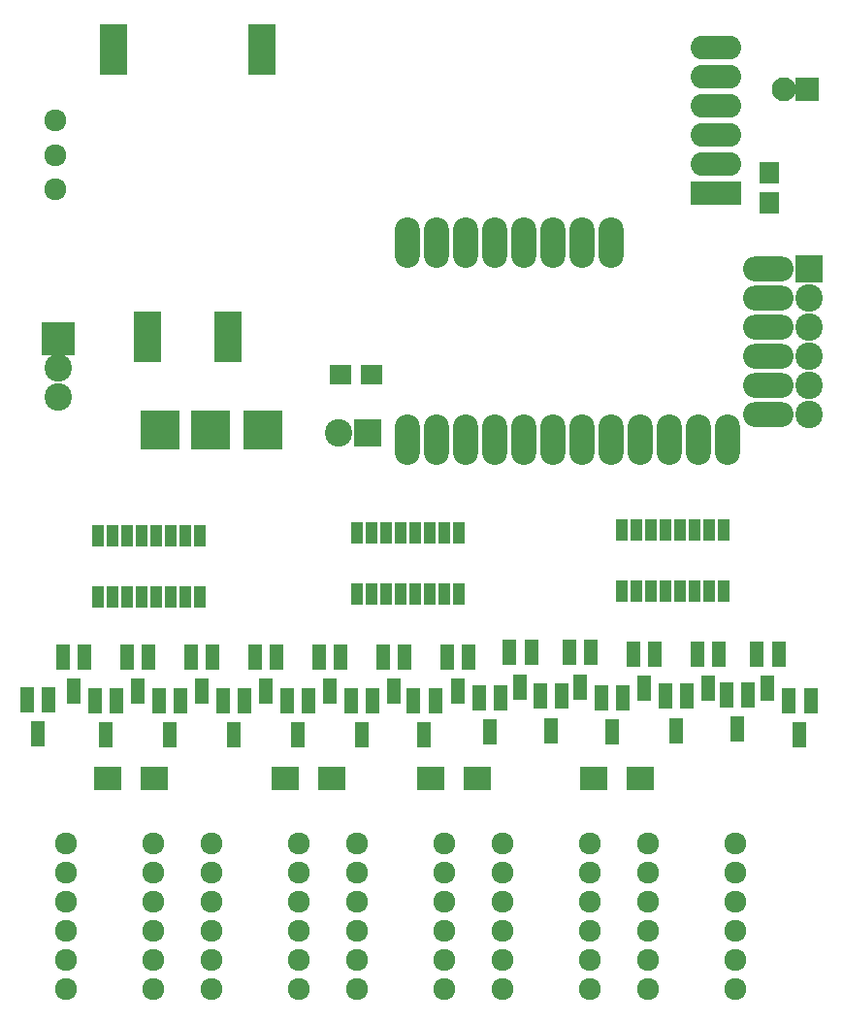
<source format=gbr>
G04 #@! TF.FileFunction,Soldermask,Top*
%FSLAX46Y46*%
G04 Gerber Fmt 4.6, Leading zero omitted, Abs format (unit mm)*
G04 Created by KiCad (PCBNEW 4.0.2+dfsg1-stable) date Po  3. jún 2019, 21:27:26 CEST*
%MOMM*%
G01*
G04 APERTURE LIST*
%ADD10C,0.100000*%
%ADD11O,2.200000X4.400000*%
%ADD12O,4.400000X2.200000*%
%ADD13C,1.924000*%
%ADD14R,2.900000X2.900000*%
%ADD15C,2.400000*%
%ADD16R,1.200100X2.200860*%
%ADD17R,1.700000X1.900000*%
%ADD18R,2.100000X2.100000*%
%ADD19C,2.100000*%
%ADD20R,2.400000X2.400000*%
%ADD21R,4.400000X2.100000*%
%ADD22O,4.400000X2.100000*%
%ADD23R,2.400000X2.100000*%
%ADD24R,1.000000X1.900000*%
%ADD25R,3.400000X3.400000*%
%ADD26R,1.900000X1.700000*%
%ADD27R,2.400000X4.400000*%
G04 APERTURE END LIST*
D10*
D11*
X169340000Y-72068000D03*
X166800000Y-72068000D03*
X164260000Y-72068000D03*
X161720000Y-72068000D03*
X159180000Y-72068000D03*
X156640000Y-72068000D03*
X154100000Y-72068000D03*
X151560000Y-72068000D03*
X151560000Y-89308000D03*
X154100000Y-89308000D03*
X156640000Y-89308000D03*
X159180000Y-89308000D03*
X161720000Y-89308000D03*
X164260000Y-89308000D03*
X166800000Y-89308000D03*
X169340000Y-89308000D03*
X171880000Y-89308000D03*
X174420000Y-89308000D03*
X176960000Y-89308000D03*
X179500000Y-89308000D03*
D12*
X183040000Y-87038000D03*
X183040000Y-84498000D03*
X183040000Y-81958000D03*
X183040000Y-79418000D03*
X183040000Y-76878000D03*
X183040000Y-74338000D03*
D13*
X120858000Y-61432000D03*
X120858000Y-64432000D03*
X120858000Y-67432000D03*
D14*
X121080000Y-80434000D03*
D15*
X121080000Y-82974000D03*
X121080000Y-85514000D03*
D13*
X134493000Y-124460000D03*
X134493000Y-127000000D03*
X134493000Y-129540000D03*
X134493000Y-132080000D03*
X134493000Y-134620000D03*
X134493000Y-137160000D03*
X142113000Y-137160000D03*
X142113000Y-134620000D03*
X142113000Y-132080000D03*
X142113000Y-129540000D03*
X142113000Y-127000000D03*
X142113000Y-124460000D03*
X121793000Y-124460000D03*
X121793000Y-127000000D03*
X121793000Y-129540000D03*
X121793000Y-132080000D03*
X121793000Y-134620000D03*
X121793000Y-137160000D03*
X129413000Y-137160000D03*
X129413000Y-134620000D03*
X129413000Y-132080000D03*
X129413000Y-129540000D03*
X129413000Y-127000000D03*
X129413000Y-124460000D03*
D16*
X178750000Y-107972860D03*
X176850000Y-107972860D03*
X177800000Y-110975140D03*
X167574000Y-107845860D03*
X165674000Y-107845860D03*
X166624000Y-110848140D03*
X159700000Y-111782860D03*
X157800000Y-111782860D03*
X158750000Y-114785140D03*
D17*
X183134000Y-68660000D03*
X183134000Y-65960000D03*
D18*
X186436000Y-58674000D03*
D19*
X184436000Y-58674000D03*
D20*
X186612000Y-74338000D03*
D15*
X186612000Y-76878000D03*
X186612000Y-79418000D03*
X186612000Y-81958000D03*
X186612000Y-84498000D03*
X186612000Y-87038000D03*
D16*
X186751000Y-112036860D03*
X184851000Y-112036860D03*
X185801000Y-115039140D03*
X120252000Y-111952860D03*
X118352000Y-111952860D03*
X119302000Y-114955140D03*
X183957000Y-107972860D03*
X182057000Y-107972860D03*
X183007000Y-110975140D03*
X181290000Y-111528860D03*
X179390000Y-111528860D03*
X180340000Y-114531140D03*
X165034000Y-111655860D03*
X163134000Y-111655860D03*
X164084000Y-114658140D03*
X156906000Y-108226860D03*
X155006000Y-108226860D03*
X155956000Y-111229140D03*
X153985000Y-112036860D03*
X152085000Y-112036860D03*
X153035000Y-115039140D03*
X151318000Y-108226860D03*
X149418000Y-108226860D03*
X150368000Y-111229140D03*
X148524000Y-112036860D03*
X146624000Y-112036860D03*
X147574000Y-115039140D03*
X145730000Y-108226860D03*
X143830000Y-108226860D03*
X144780000Y-111229140D03*
X142936000Y-112036860D03*
X141036000Y-112036860D03*
X141986000Y-115039140D03*
X140142000Y-108226860D03*
X138242000Y-108226860D03*
X139192000Y-111229140D03*
X137348000Y-112036860D03*
X135448000Y-112036860D03*
X136398000Y-115039140D03*
X131760000Y-112036860D03*
X129860000Y-112036860D03*
X130810000Y-115039140D03*
X128966000Y-108226860D03*
X127066000Y-108226860D03*
X128016000Y-111229140D03*
X126172000Y-112036860D03*
X124272000Y-112036860D03*
X125222000Y-115039140D03*
X123378000Y-108226860D03*
X121478000Y-108226860D03*
X122428000Y-111229140D03*
X134554000Y-108226860D03*
X132654000Y-108226860D03*
X133604000Y-111229140D03*
X175956000Y-111655860D03*
X174056000Y-111655860D03*
X175006000Y-114658140D03*
X173162000Y-107972860D03*
X171262000Y-107972860D03*
X172212000Y-110975140D03*
D13*
X172593000Y-124460000D03*
X172593000Y-127000000D03*
X172593000Y-129540000D03*
X172593000Y-132080000D03*
X172593000Y-134620000D03*
X172593000Y-137160000D03*
X180213000Y-137160000D03*
X180213000Y-134620000D03*
X180213000Y-132080000D03*
X180213000Y-129540000D03*
X180213000Y-127000000D03*
X180213000Y-124460000D03*
X147193000Y-124460000D03*
X147193000Y-127000000D03*
X147193000Y-129540000D03*
X147193000Y-132080000D03*
X147193000Y-134620000D03*
X147193000Y-137160000D03*
X154813000Y-137160000D03*
X154813000Y-134620000D03*
X154813000Y-132080000D03*
X154813000Y-129540000D03*
X154813000Y-127000000D03*
X154813000Y-124460000D03*
X159893000Y-124460000D03*
X159893000Y-127000000D03*
X159893000Y-129540000D03*
X159893000Y-132080000D03*
X159893000Y-134620000D03*
X159893000Y-137160000D03*
X167513000Y-137160000D03*
X167513000Y-134620000D03*
X167513000Y-132080000D03*
X167513000Y-129540000D03*
X167513000Y-127000000D03*
X167513000Y-124460000D03*
D16*
X162367000Y-107845860D03*
X160467000Y-107845860D03*
X161417000Y-110848140D03*
X170368000Y-111782860D03*
X168468000Y-111782860D03*
X169418000Y-114785140D03*
D21*
X178500000Y-67734000D03*
D22*
X178500000Y-65194000D03*
X178500000Y-62654000D03*
X178500000Y-60114000D03*
X178500000Y-57574000D03*
X178500000Y-55034000D03*
D23*
X129430000Y-118788000D03*
X125430000Y-118788000D03*
X144924000Y-118788000D03*
X140924000Y-118788000D03*
X157624000Y-118788000D03*
X153624000Y-118788000D03*
X171848000Y-118788000D03*
X167848000Y-118788000D03*
D24*
X124587000Y-103030000D03*
X125857000Y-103030000D03*
X127127000Y-103030000D03*
X128397000Y-103030000D03*
X129667000Y-103030000D03*
X130937000Y-103030000D03*
X132207000Y-103030000D03*
X133477000Y-103030000D03*
X133477000Y-97630000D03*
X132207000Y-97630000D03*
X130937000Y-97630000D03*
X129667000Y-97630000D03*
X128397000Y-97630000D03*
X127127000Y-97630000D03*
X125857000Y-97630000D03*
X124587000Y-97630000D03*
X147193000Y-102776000D03*
X148463000Y-102776000D03*
X149733000Y-102776000D03*
X151003000Y-102776000D03*
X152273000Y-102776000D03*
X153543000Y-102776000D03*
X154813000Y-102776000D03*
X156083000Y-102776000D03*
X156083000Y-97376000D03*
X154813000Y-97376000D03*
X153543000Y-97376000D03*
X152273000Y-97376000D03*
X151003000Y-97376000D03*
X149733000Y-97376000D03*
X148463000Y-97376000D03*
X147193000Y-97376000D03*
X170307000Y-102522000D03*
X171577000Y-102522000D03*
X172847000Y-102522000D03*
X174117000Y-102522000D03*
X175387000Y-102522000D03*
X176657000Y-102522000D03*
X177927000Y-102522000D03*
X179197000Y-102522000D03*
X179197000Y-97122000D03*
X177927000Y-97122000D03*
X176657000Y-97122000D03*
X175387000Y-97122000D03*
X174117000Y-97122000D03*
X172847000Y-97122000D03*
X171577000Y-97122000D03*
X170307000Y-97122000D03*
D25*
X138910000Y-88466000D03*
X134410000Y-88466000D03*
X130010000Y-88466000D03*
D26*
X148416000Y-83566000D03*
X145716000Y-83566000D03*
D20*
X148082000Y-88646000D03*
D15*
X145542000Y-88646000D03*
D27*
X138874000Y-55272000D03*
X125874000Y-55272000D03*
X135874000Y-80272000D03*
X128874000Y-80272000D03*
M02*

</source>
